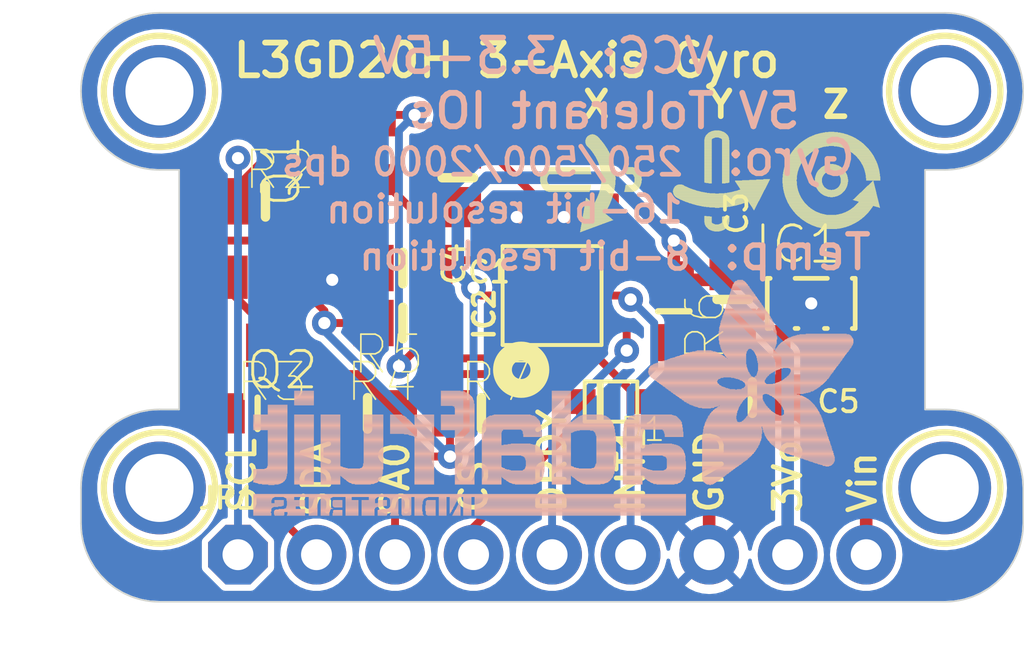
<source format=kicad_pcb>
(kicad_pcb (version 20221018) (generator pcbnew)
  (layers (0 "F.Cu" signal) (31 "B.Cu" signal) (34 "B.Paste" user) (35 "F.Paste" user) (36 "B.SilkS" user "B.Silkscreen") (37 "F.SilkS" user "F.Silkscreen") (38 "B.Mask" user) (39 "F.Mask" user) (44 "Edge.Cuts" user))
  (net 0 "")
  (net 1 "N$3")
  (net 2 "GND")
  (net 3 "SDO/SAO")
  (net 4 "INT1")
  (net 5 "DRDY/INT2")
  (net 6 "+3V3")
  (net 7 "+5V")
  (net 8 "SDA/SDI/SDO_3.3V")
  (net 9 "SCL/SPC_3.3V")
  (net 10 "CS_3.3V")
  (net 11 "SCL/SPC_5.0V")
  (net 12 "SDA/SDI/SDO_5.0V")
  (net 13 "CS_5.0V")
  (footprint "working:MOUNTINGHOLE_2.0_PLATED" (layer "F.Cu") (at 135.8011 98.0186)
    (fp_text reference "U$12" hide)
    (fp_text value "MOUNTINGHOLE2.0" hide)
    (pad "P$1" thru_hole circle (at 0 0) (size 3 3) (drill 2.2) (layers "*.Cu" "*.Mask"))
    (zone (net 0) (net_name "") (layer "F.Cu") (connect_pads (clearance 0)) (min_thickness 0.25)
      (keepout (tracks not_allowed) (vias not_allowed) (pads not_allowed) (copperpour not_allowed) (footprints allowed))
      (fill (thermal_gap 0.5) (thermal_bridge_width 0.5))
      (polygon (pts (xy 137.8171 98.0186) (xy 137.79748 97.738027) (xy 137.739004 97.462915) (xy 137.642808 97.198619) (xy 137.510765 96.950283) (xy 137.345446 96.72274) (xy 137.150067 96.52042) (xy 136.928433 96.34726) (xy 136.684856 96.206631) (xy 136.424078 96.10127) (xy 136.151175 96.033228) (xy 135.871457 96.003828) (xy 135.590371 96.013644) (xy 135.313385 96.062484) (xy 135.045893 96.149397) (xy 134.7931 96.272693) (xy 134.559926 96.42997) (xy 134.350911 96.618169) (xy 134.170122 96.833625) (xy 134.021078 97.072145) (xy 133.90668 97.329087) (xy 133.829154 97.59945) (xy 133.790011 97.877971) (xy 133.790011 98.159229) (xy 133.829154 98.43775) (xy 133.90668 98.708113) (xy 134.021078 98.965055) (xy 134.170122 99.203575) (xy 134.350911 99.419031) (xy 134.559926 99.60723) (xy 134.7931 99.764507) (xy 135.045893 99.887803) (xy 135.313385 99.974716) (xy 135.590371 100.023556) (xy 135.871457 100.033372) (xy 136.151175 100.003972) (xy 136.424078 99.93593) (xy 136.684856 99.830569) (xy 136.928433 99.68994) (xy 137.150067 99.51678) (xy 137.345446 99.31446) (xy 137.510765 99.086917) (xy 137.642808 98.838581) (xy 137.739004 98.574285) (xy 137.79748 98.299173)))
      (polygon (pts (xy 135.7851 98.0186) (xy 135.789786 98.029914) (xy 135.8011 98.0346) (xy 135.812414 98.029914) (xy 135.8171 98.0186) (xy 135.812414 98.007286) (xy 135.8011 98.0026) (xy 135.789786 98.007286)))
    )
    (zone (net 0) (net_name "") (layer "B.Cu") (connect_pads (clearance 0)) (min_thickness 0.25)
      (keepout (tracks not_allowed) (vias not_allowed) (pads not_allowed) (copperpour not_allowed) (footprints allowed))
      (fill (thermal_gap 0.5) (thermal_bridge_width 0.5))
      (polygon (pts (xy 137.8171 98.0186) (xy 137.79748 97.738027) (xy 137.739004 97.462915) (xy 137.642808 97.198619) (xy 137.510765 96.950283) (xy 137.345446 96.72274) (xy 137.150067 96.52042) (xy 136.928433 96.34726) (xy 136.684856 96.206631) (xy 136.424078 96.10127) (xy 136.151175 96.033228) (xy 135.871457 96.003828) (xy 135.590371 96.013644) (xy 135.313385 96.062484) (xy 135.045893 96.149397) (xy 134.7931 96.272693) (xy 134.559926 96.42997) (xy 134.350911 96.618169) (xy 134.170122 96.833625) (xy 134.021078 97.072145) (xy 133.90668 97.329087) (xy 133.829154 97.59945) (xy 133.790011 97.877971) (xy 133.790011 98.159229) (xy 133.829154 98.43775) (xy 133.90668 98.708113) (xy 134.021078 98.965055) (xy 134.170122 99.203575) (xy 134.350911 99.419031) (xy 134.559926 99.60723) (xy 134.7931 99.764507) (xy 135.045893 99.887803) (xy 135.313385 99.974716) (xy 135.590371 100.023556) (xy 135.871457 100.033372) (xy 136.151175 100.003972) (xy 136.424078 99.93593) (xy 136.684856 99.830569) (xy 136.928433 99.68994) (xy 137.150067 99.51678) (xy 137.345446 99.31446) (xy 137.510765 99.086917) (xy 137.642808 98.838581) (xy 137.739004 98.574285) (xy 137.79748 98.299173)))
      (polygon (pts (xy 135.7851 98.0186) (xy 135.789786 98.029914) (xy 135.8011 98.0346) (xy 135.812414 98.029914) (xy 135.8171 98.0186) (xy 135.812414 98.007286) (xy 135.8011 98.0026) (xy 135.789786 98.007286)))
    )
  )
  (footprint "working:FIDUCIAL_1MM" (layer "F.Cu") (at 147.7391 99.2886)
    (fp_text reference "U$15" hide)
    (fp_text value "FIDUCIAL" hide)
    (pad "1" smd roundrect (at 0 0) (size 1 1) (layers "F.Cu") (roundrect_rratio 0.5))
    (zone (net 0) (net_name "") (layer "F.Cu") (connect_pads (clearance 0)) (min_thickness 0.25)
      (keepout (tracks not_allowed) (vias not_allowed) (pads not_allowed) (copperpour not_allowed) (footprints allowed))
      (fill (thermal_gap 0.5) (thermal_bridge_width 0.5))
      (polygon (pts (xy 146.7391 99.2886) (xy 146.7391 99.2886) (xy 146.758315 99.48369) (xy 146.81522 99.671283) (xy 146.90763 99.84417) (xy 147.031993 99.995707) (xy 147.18353 100.12007) (xy 147.356417 100.21248) (xy 147.7391 100.2886) (xy 147.7391 100.2886) (xy 147.93419 100.269385) (xy 148.121783 100.21248) (xy 148.29467 100.12007) (xy 148.446207 99.995707) (xy 148.57057 99.84417) (xy 148.66298 99.671283) (xy 148.7391 99.2886) (xy 148.7391 99.2886) (xy 148.719885 99.09351) (xy 148.66298 98.905917) (xy 148.57057 98.73303) (xy 148.446207 98.581493) (xy 148.29467 98.45713) (xy 148.121783 98.36472) (xy 147.7391 98.2886) (xy 147.7391 98.2886) (xy 147.54401 98.307815) (xy 147.356417 98.36472) (xy 147.18353 98.45713) (xy 147.031993 98.581493) (xy 146.90763 98.73303) (xy 146.81522 98.905917)))
    )
  )
  (footprint "working:MOUNTINGHOLE_2.0_PLATED" (layer "F.Cu") (at 161.2011 98.0186)
    (fp_text reference "U$11" hide)
    (fp_text value "MOUNTINGHOLE2.0" hide)
    (pad "P$1" thru_hole circle (at 0 0) (size 3 3) (drill 2.2) (layers "*.Cu" "*.Mask"))
    (zone (net 0) (net_name "") (layer "F.Cu") (connect_pads (clearance 0)) (min_thickness 0.25)
      (keepout (tracks not_allowed) (vias not_allowed) (pads not_allowed) (copperpour not_allowed) (footprints allowed))
      (fill (thermal_gap 0.5) (thermal_bridge_width 0.5))
      (polygon (pts (xy 163.2171 98.0186) (xy 163.19748 97.738027) (xy 163.139004 97.462915) (xy 163.042808 97.198619) (xy 162.910765 96.950283) (xy 162.745446 96.72274) (xy 162.550067 96.52042) (xy 162.328433 96.34726) (xy 162.084856 96.206631) (xy 161.824078 96.10127) (xy 161.551175 96.033228) (xy 161.271457 96.003828) (xy 160.990371 96.013644) (xy 160.713385 96.062484) (xy 160.445893 96.149397) (xy 160.1931 96.272693) (xy 159.959926 96.42997) (xy 159.750911 96.618169) (xy 159.570122 96.833625) (xy 159.421078 97.072145) (xy 159.30668 97.329087) (xy 159.229154 97.59945) (xy 159.190011 97.877971) (xy 159.190011 98.159229) (xy 159.229154 98.43775) (xy 159.30668 98.708113) (xy 159.421078 98.965055) (xy 159.570122 99.203575) (xy 159.750911 99.419031) (xy 159.959926 99.60723) (xy 160.1931 99.764507) (xy 160.445893 99.887803) (xy 160.713385 99.974716) (xy 160.990371 100.023556) (xy 161.271457 100.033372) (xy 161.551175 100.003972) (xy 161.824078 99.93593) (xy 162.084856 99.830569) (xy 162.328433 99.68994) (xy 162.550067 99.51678) (xy 162.745446 99.31446) (xy 162.910765 99.086917) (xy 163.042808 98.838581) (xy 163.139004 98.574285) (xy 163.19748 98.299173)))
      (polygon (pts (xy 161.1851 98.0186) (xy 161.189786 98.029914) (xy 161.2011 98.0346) (xy 161.212414 98.029914) (xy 161.2171 98.0186) (xy 161.212414 98.007286) (xy 161.2011 98.0026) (xy 161.189786 98.007286)))
    )
    (zone (net 0) (net_name "") (layer "B.Cu") (connect_pads (clearance 0)) (min_thickness 0.25)
      (keepout (tracks not_allowed) (vias not_allowed) (pads not_allowed) (copperpour not_allowed) (footprints allowed))
      (fill (thermal_gap 0.5) (thermal_bridge_width 0.5))
      (polygon (pts (xy 163.2171 98.0186) (xy 163.19748 97.738027) (xy 163.139004 97.462915) (xy 163.042808 97.198619) (xy 162.910765 96.950283) (xy 162.745446 96.72274) (xy 162.550067 96.52042) (xy 162.328433 96.34726) (xy 162.084856 96.206631) (xy 161.824078 96.10127) (xy 161.551175 96.033228) (xy 161.271457 96.003828) (xy 160.990371 96.013644) (xy 160.713385 96.062484) (xy 160.445893 96.149397) (xy 160.1931 96.272693) (xy 159.959926 96.42997) (xy 159.750911 96.618169) (xy 159.570122 96.833625) (xy 159.421078 97.072145) (xy 159.30668 97.329087) (xy 159.229154 97.59945) (xy 159.190011 97.877971) (xy 159.190011 98.159229) (xy 159.229154 98.43775) (xy 159.30668 98.708113) (xy 159.421078 98.965055) (xy 159.570122 99.203575) (xy 159.750911 99.419031) (xy 159.959926 99.60723) (xy 160.1931 99.764507) (xy 160.445893 99.887803) (xy 160.713385 99.974716) (xy 160.990371 100.023556) (xy 161.271457 100.033372) (xy 161.551175 100.003972) (xy 161.824078 99.93593) (xy 162.084856 99.830569) (xy 162.328433 99.68994) (xy 162.550067 99.51678) (xy 162.745446 99.31446) (xy 162.910765 99.086917) (xy 163.042808 98.838581) (xy 163.139004 98.574285) (xy 163.19748 98.299173)))
      (polygon (pts (xy 161.1851 98.0186) (xy 161.189786 98.029914) (xy 161.2011 98.0346) (xy 161.212414 98.029914) (xy 161.2171 98.0186) (xy 161.212414 98.007286) (xy 161.2011 98.0026) (xy 161.189786 98.007286)))
    )
  )
  (footprint "working:_0805MP" (layer "F.Cu") (at 152.4381 105.1306 -90)
    (fp_text reference "R6" (at -0.762 -1.016 90) (layer "F.SilkS") (effects (font (size 1.21668 1.21668) (thickness 0.05332)) (justify right)))
    (fp_text value "10K")
    (pad "1" smd rect (at -1.016 0 270) (size 1.2 1.3) (layers "F.Cu" "F.Paste" "F.Mask") (net 6 "+3V3"))
    (pad "2" smd rect (at 1.016 0 270) (size 1.2 1.3) (layers "F.Cu" "F.Paste" "F.Mask") (net 10 "CS_3.3V"))
  )
  (footprint "working:0805-NO" (layer "F.Cu") (at 139.2301 101.5746)
    (fp_text reference "R2" (at -0.762 -1.016) (layer "F.SilkS") (effects (font (size 1.21668 1.21668) (thickness 0.05332)) (justify left)))
    (fp_text value "10K")
    (pad "1" smd rect (at -0.95 0) (size 1.3 1.5) (layers "F.Cu" "F.Paste" "F.Mask") (net 11 "SCL/SPC_5.0V"))
    (pad "2" smd rect (at 0.95 0) (size 1.3 1.5) (layers "F.Cu" "F.Paste" "F.Mask") (net 7 "+5V"))
  )
  (footprint "working:L3GD20H_LGA16L" (layer "F.Cu") (at 148.5011 104.6226 90)
    (fp_text reference "IC2" (at -1.505 -1.803 90) (layer "F.SilkS") (effects (font (size 0.666496 0.666496) (thickness 0.146304)) (justify left bottom)))
    (fp_text value "LGD20H")
    (pad "1" smd rect (at -1.225 -1 90) (size 0.4 0.25) (layers "F.Cu" "F.Paste" "F.Mask") (net 6 "+3V3"))
    (pad "2" smd rect (at -1.225 -0.5 90) (size 0.4 0.25) (layers "F.Cu" "F.Paste" "F.Mask") (net 9 "SCL/SPC_3.3V"))
    (pad "3" smd rect (at -1.225 0 90) (size 0.4 0.25) (layers "F.Cu" "F.Paste" "F.Mask") (net 8 "SDA/SDI/SDO_3.3V"))
    (pad "4" smd rect (at -1.225 0.5 90) (size 0.4 0.25) (layers "F.Cu" "F.Paste" "F.Mask") (net 3 "SDO/SAO"))
    (pad "5" smd rect (at -1.225 1 90) (size 0.4 0.25) (layers "F.Cu" "F.Paste" "F.Mask") (net 10 "CS_3.3V"))
    (pad "6" smd rect (at -0.5 1.225 180) (size 0.4 0.25) (layers "F.Cu" "F.Paste" "F.Mask") (net 5 "DRDY/INT2"))
    (pad "7" smd rect (at 0 1.225 180) (size 0.4 0.25) (layers "F.Cu" "F.Paste" "F.Mask") (net 4 "INT1"))
    (pad "8" smd rect (at 0.5 1.225 180) (size 0.4 0.25) (layers "F.Cu" "F.Paste" "F.Mask") (net 2 "GND"))
    (pad "9" smd rect (at 1.225 1 270) (size 0.4 0.25) (layers "F.Cu" "F.Paste" "F.Mask") (net 2 "GND"))
    (pad "10" smd rect (at 1.225 0.5 270) (size 0.4 0.25) (layers "F.Cu" "F.Paste" "F.Mask") (net 2 "GND"))
    (pad "11" smd rect (at 1.225 0 270) (size 0.4 0.25) (layers "F.Cu" "F.Paste" "F.Mask") (net 2 "GND"))
    (pad "12" smd rect (at 1.225 -0.5 270) (size 0.4 0.25) (layers "F.Cu" "F.Paste" "F.Mask") (net 2 "GND"))
    (pad "13" smd rect (at 1.225 -1 270) (size 0.4 0.25) (layers "F.Cu" "F.Paste" "F.Mask") (net 2 "GND"))
    (pad "14" smd rect (at 0.5 -1.225) (size 0.4 0.25) (layers "F.Cu" "F.Paste" "F.Mask") (net 1 "N$3"))
    (pad "15" smd rect (at 0 -1.225) (size 0.4 0.25) (layers "F.Cu" "F.Paste" "F.Mask") (net 6 "+3V3"))
    (pad "16" smd rect (at -0.5 -1.225) (size 0.4 0.25) (layers "F.Cu" "F.Paste" "F.Mask") (net 6 "+3V3"))
  )
  (footprint "working:0805-NO" (layer "F.Cu") (at 145.4531 100.8126 -90)
    (fp_text reference "C4" (at 2.032 0.127 90) (layer "F.SilkS") (effects (font (size 0.692831 0.692831) (thickness 0.119969)) (justify right)))
    (fp_text value "0.1uF")
    (pad "1" smd rect (at -0.95 0 270) (size 1.3 1.5) (layers "F.Cu" "F.Paste" "F.Mask") (net 2 "GND"))
    (pad "2" smd rect (at 0.95 0 270) (size 1.3 1.5) (layers "F.Cu" "F.Paste" "F.Mask") (net 6 "+3V3"))
  )
  (footprint "working:MOUNTINGHOLE_2.0_PLATED" (layer "F.Cu") (at 161.2011 110.8456)
    (fp_text reference "U$14" hide)
    (fp_text value "MOUNTINGHOLE2.0" hide)
    (pad "P$1" thru_hole circle (at 0 0) (size 3 3) (drill 2.2) (layers "*.Cu" "*.Mask"))
    (zone (net 0) (net_name "") (layer "F.Cu") (connect_pads (clearance 0)) (min_thickness 0.25)
      (keepout (tracks not_allowed) (vias not_allowed) (pads not_allowed) (copperpour not_allowed) (footprints allowed))
      (fill (thermal_gap 0.5) (thermal_bridge_width 0.5))
      (polygon (pts (xy 163.2171 110.8456) (xy 163.19748 110.565027) (xy 163.139004 110.289915) (xy 163.042808 110.025619) (xy 162.910765 109.777283) (xy 162.745446 109.54974) (xy 162.550067 109.34742) (xy 162.328433 109.17426) (xy 162.084856 109.033631) (xy 161.824078 108.92827) (xy 161.551175 108.860228) (xy 161.271457 108.830828) (xy 160.990371 108.840644) (xy 160.713385 108.889484) (xy 160.445893 108.976397) (xy 160.1931 109.099693) (xy 159.959926 109.25697) (xy 159.750911 109.445169) (xy 159.570122 109.660625) (xy 159.421078 109.899145) (xy 159.30668 110.156087) (xy 159.229154 110.42645) (xy 159.190011 110.704971) (xy 159.190011 110.986229) (xy 159.229154 111.26475) (xy 159.30668 111.535113) (xy 159.421078 111.792055) (xy 159.570122 112.030575) (xy 159.750911 112.246031) (xy 159.959926 112.43423) (xy 160.1931 112.591507) (xy 160.445893 112.714803) (xy 160.713385 112.801716) (xy 160.990371 112.850556) (xy 161.271457 112.860372) (xy 161.551175 112.830972) (xy 161.824078 112.76293) (xy 162.084856 112.657569) (xy 162.328433 112.51694) (xy 162.550067 112.34378) (xy 162.745446 112.14146) (xy 162.910765 111.913917) (xy 163.042808 111.665581) (xy 163.139004 111.401285) (xy 163.19748 111.126173)))
      (polygon (pts (xy 161.1851 110.8456) (xy 161.189786 110.856914) (xy 161.2011 110.8616) (xy 161.212414 110.856914) (xy 161.2171 110.8456) (xy 161.212414 110.834286) (xy 161.2011 110.8296) (xy 161.189786 110.834286)))
    )
    (zone (net 0) (net_name "") (layer "B.Cu") (connect_pads (clearance 0)) (min_thickness 0.25)
      (keepout (tracks not_allowed) (vias not_allowed) (pads not_allowed) (copperpour not_allowed) (footprints allowed))
      (fill (thermal_gap 0.5) (thermal_bridge_width 0.5))
      (polygon (pts (xy 163.2171 110.8456) (xy 163.19748 110.565027) (xy 163.139004 110.289915) (xy 163.042808 110.025619) (xy 162.910765 109.777283) (xy 162.745446 109.54974) (xy 162.550067 109.34742) (xy 162.328433 109.17426) (xy 162.084856 109.033631) (xy 161.824078 108.92827) (xy 161.551175 108.860228) (xy 161.271457 108.830828) (xy 160.990371 108.840644) (xy 160.713385 108.889484) (xy 160.445893 108.976397) (xy 160.1931 109.099693) (xy 159.959926 109.25697) (xy 159.750911 109.445169) (xy 159.570122 109.660625) (xy 159.421078 109.899145) (xy 159.30668 110.156087) (xy 159.229154 110.42645) (xy 159.190011 110.704971) (xy 159.190011 110.986229) (xy 159.229154 111.26475) (xy 159.30668 111.535113) (xy 159.421078 111.792055) (xy 159.570122 112.030575) (xy 159.750911 112.246031) (xy 159.959926 112.43423) (xy 160.1931 112.591507) (xy 160.445893 112.714803) (xy 160.713385 112.801716) (xy 160.990371 112.850556) (xy 161.271457 112.860372) (xy 161.551175 112.830972) (xy 161.824078 112.76293) (xy 162.084856 112.657569) (xy 162.328433 112.51694) (xy 162.550067 112.34378) (xy 162.745446 112.14146) (xy 162.910765 111.913917) (xy 163.042808 111.665581) (xy 163.139004 111.401285) (xy 163.19748 111.126173)))
      (polygon (pts (xy 161.1851 110.8456) (xy 161.189786 110.856914) (xy 161.2011 110.8616) (xy 161.212414 110.856914) (xy 161.2171 110.8456) (xy 161.212414 110.834286) (xy 161.2011 110.8296) (xy 161.189786 110.834286)))
    )
  )
  (footprint "working:0805-NO" (layer "F.Cu") (at 143.6751 105.5116 180)
    (fp_text reference "R5" (at -0.762 -1.016) (layer "F.SilkS") (effects (font (size 1.21668 1.21668) (thickness 0.05332)) (justify right)))
    (fp_text value "10K")
    (pad "1" smd rect (at -0.95 0 180) (size 1.3 1.5) (layers "F.Cu" "F.Paste" "F.Mask") (net 9 "SCL/SPC_3.3V"))
    (pad "2" smd rect (at 0.95 0 180) (size 1.3 1.5) (layers "F.Cu" "F.Paste" "F.Mask") (net 6 "+3V3"))
  )
  (footprint "working:MOUNTINGHOLE_2.0_PLATED" (layer "F.Cu") (at 135.8011 110.8456)
    (fp_text reference "U$13" hide)
    (fp_text value "MOUNTINGHOLE2.0" hide)
    (pad "P$1" thru_hole circle (at 0 0) (size 3 3) (drill 2.2) (layers "*.Cu" "*.Mask"))
    (zone (net 0) (net_name "") (layer "F.Cu") (connect_pads (clearance 0)) (min_thickness 0.25)
      (keepout (tracks not_allowed) (vias not_allowed) (pads not_allowed) (copperpour not_allowed) (footprints allowed))
      (fill (thermal_gap 0.5) (thermal_bridge_width 0.5))
      (polygon (pts (xy 137.8171 110.8456) (xy 137.79748 110.565027) (xy 137.739004 110.289915) (xy 137.642808 110.025619) (xy 137.510765 109.777283) (xy 137.345446 109.54974) (xy 137.150067 109.34742) (xy 136.928433 109.17426) (xy 136.684856 109.033631) (xy 136.424078 108.92827) (xy 136.151175 108.860228) (xy 135.871457 108.830828) (xy 135.590371 108.840644) (xy 135.313385 108.889484) (xy 135.045893 108.976397) (xy 134.7931 109.099693) (xy 134.559926 109.25697) (xy 134.350911 109.445169) (xy 134.170122 109.660625) (xy 134.021078 109.899145) (xy 133.90668 110.156087) (xy 133.829154 110.42645) (xy 133.790011 110.704971) (xy 133.790011 110.986229) (xy 133.829154 111.26475) (xy 133.90668 111.535113) (xy 134.021078 111.792055) (xy 134.170122 112.030575) (xy 134.350911 112.246031) (xy 134.559926 112.43423) (xy 134.7931 112.591507) (xy 135.045893 112.714803) (xy 135.313385 112.801716) (xy 135.590371 112.850556) (xy 135.871457 112.860372) (xy 136.151175 112.830972) (xy 136.424078 112.76293) (xy 136.684856 112.657569) (xy 136.928433 112.51694) (xy 137.150067 112.34378) (xy 137.345446 112.14146) (xy 137.510765 111.913917) (xy 137.642808 111.665581) (xy 137.739004 111.401285) (xy 137.79748 111.126173)))
      (polygon (pts (xy 135.7851 110.8456) (xy 135.789786 110.856914) (xy 135.8011 110.8616) (xy 135.812414 110.856914) (xy 135.8171 110.8456) (xy 135.812414 110.834286) (xy 135.8011 110.8296) (xy 135.789786 110.834286)))
    )
    (zone (net 0) (net_name "") (layer "B.Cu") (connect_pads (clearance 0)) (min_thickness 0.25)
      (keepout (tracks not_allowed) (vias not_allowed) (pads not_allowed) (copperpour not_allowed) (footprints allowed))
      (fill (thermal_gap 0.5) (thermal_bridge_width 0.5))
      (polygon (pts (xy 137.8171 110.8456) (xy 137.79748 110.565027) (xy 137.739004 110.289915) (xy 137.642808 110.025619) (xy 137.510765 109.777283) (xy 137.345446 109.54974) (xy 137.150067 109.34742) (xy 136.928433 109.17426) (xy 136.684856 109.033631) (xy 136.424078 108.92827) (xy 136.151175 108.860228) (xy 135.871457 108.830828) (xy 135.590371 108.840644) (xy 135.313385 108.889484) (xy 135.045893 108.976397) (xy 134.7931 109.099693) (xy 134.559926 109.25697) (xy 134.350911 109.445169) (xy 134.170122 109.660625) (xy 134.021078 109.899145) (xy 133.90668 110.156087) (xy 133.829154 110.42645) (xy 133.790011 110.704971) (xy 133.790011 110.986229) (xy 133.829154 111.26475) (xy 133.90668 111.535113) (xy 134.021078 111.792055) (xy 134.170122 112.030575) (xy 134.350911 112.246031) (xy 134.559926 112.43423) (xy 134.7931 112.591507) (xy 135.045893 112.714803) (xy 135.313385 112.801716) (xy 135.590371 112.850556) (xy 135.871457 112.860372) (xy 136.151175 112.830972) (xy 136.424078 112.76293) (xy 136.684856 112.657569) (xy 136.928433 112.51694) (xy 137.150067 112.34378) (xy 137.345446 112.14146) (xy 137.510765 111.913917) (xy 137.642808 111.665581) (xy 137.739004 111.401285) (xy 137.79748 111.126173)))
      (polygon (pts (xy 135.7851 110.8456) (xy 135.789786 110.856914) (xy 135.8011 110.8616) (xy 135.812414 110.856914) (xy 135.8171 110.8456) (xy 135.812414 110.834286) (xy 135.8011 110.8296) (xy 135.789786 110.834286)))
    )
  )
  (footprint "working:SOD-323F" (layer "F.Cu") (at 150.4061 108.0516 180)
    (fp_text reference "D1" (at -1.8 -0.9) (layer "F.SilkS") (effects (font (size 0.752978 0.752978) (thickness 0.059822)) (justify right)))
    (fp_text value "1N4148")
    (pad "A" smd rect (at -1 0 180) (size 1 0.8) (layers "F.Cu" "F.Paste" "F.Mask") (net 10 "CS_3.3V"))
    (pad "C" smd rect (at 1 0 180) (size 1 0.8) (layers "F.Cu" "F.Paste" "F.Mask") (net 13 "CS_5.0V"))
  )
  (footprint "working:SOT23-5L" (layer "F.Cu") (at 156.8831 104.8766)
    (fp_text reference "IC1" (at -1.905 -1.905) (layer "F.SilkS") (effects (font (size 1.176528 1.176528) (thickness 0.093472)) (justify left)))
    (fp_text value "MIC5225-3.3")
    (pad "1" smd rect (at -0.95 1.3) (size 0.55 1.2) (layers "F.Cu" "F.Paste" "F.Mask") (net 7 "+5V"))
    (pad "2" smd rect (at 0 1.3) (size 0.55 1.2) (layers "F.Cu" "F.Paste" "F.Mask") (net 2 "GND"))
    (pad "3" smd rect (at 0.95 1.3) (size 0.55 1.2) (layers "F.Cu" "F.Paste" "F.Mask") (net 7 "+5V"))
    (pad "4" smd rect (at 0.95 -1.3) (size 0.55 1.2) (layers "F.Cu" "F.Paste" "F.Mask"))
    (pad "5" smd rect (at -0.95 -1.3) (size 0.55 1.2) (layers "F.Cu" "F.Paste" "F.Mask") (net 6 "+3V3"))
  )
  (footprint "working:SYMBOL_GYROXYZ_10MM" (layer "F.Cu") (at 148.8821 102.5906)
    (fp_text reference "U$3" hide)
    (fp_text value "" hide)
  )
  (footprint "working:SOT23" (layer "F.Cu") (at 141.6431 99.9236 90)
    (fp_text reference "Q1" (at -1.905 -1.905 90) (layer "F.SilkS") (effects (font (size 1.176528 1.176528) (thickness 0.093472)) (justify left)))
    (fp_text value "BSS138")
    (pad "1" smd rect (at -0.95 1.1 90) (size 1 1.4) (layers "F.Cu" "F.Paste" "F.Mask") (net 6 "+3V3"))
    (pad "2" smd rect (at 0.95 1.1 90) (size 1 1.4) (layers "F.Cu" "F.Paste" "F.Mask") (net 9 "SCL/SPC_3.3V"))
    (pad "3" smd rect (at 0 -1.1 90) (size 1 1.4) (layers "F.Cu" "F.Paste" "F.Mask") (net 11 "SCL/SPC_5.0V"))
  )
  (footprint "working:0805-NO" (layer "F.Cu") (at 154.9781 107.9246)
    (fp_text reference "C5" (at 2.032 0.127) (layer "F.SilkS") (effects (font (size 0.692831 0.692831) (thickness 0.119969)) (justify left)))
    (fp_text value "10uF")
    (pad "1" smd rect (at -0.95 0) (size 1.3 1.5) (layers "F.Cu" "F.Paste" "F.Mask") (net 2 "GND"))
    (pad "2" smd rect (at 0.95 0) (size 1.3 1.5) (layers "F.Cu" "F.Paste" "F.Mask") (net 7 "+5V"))
  )
  (footprint "working:0805-NO" (layer "F.Cu") (at 154.3431 104.7496 90)
    (fp_text reference "C3" (at 2.032 0.127 90) (layer "F.SilkS") (effects (font (size 0.692831 0.692831) (thickness 0.119969)) (justify left)))
    (fp_text value "10uF")
    (pad "1" smd rect (at -0.95 0 90) (size 1.3 1.5) (layers "F.Cu" "F.Paste" "F.Mask") (net 2 "GND"))
    (pad "2" smd rect (at 0.95 0 90) (size 1.3 1.5) (layers "F.Cu" "F.Paste" "F.Mask") (net 6 "+3V3"))
  )
  (footprint "working:0805-NO" (layer "F.Cu") (at 143.6751 103.7336)
    (fp_text reference "C1" (at 2.032 0.127) (layer "F.SilkS") (effects (font (size 0.692831 0.692831) (thickness 0.119969)) (justify left)))
    (fp_text value "0.1uF")
    (pad "1" smd rect (at -0.95 0) (size 1.3 1.5) (layers "F.Cu" "F.Paste" "F.Mask") (net 2 "GND"))
    (pad "2" smd rect (at 0.95 0) (size 1.3 1.5) (layers "F.Cu" "F.Paste" "F.Mask") (net 1 "N$3"))
  )
  (footprint "working:_0805MP" (layer "F.Cu") (at 138.9761 108.4326)
    (fp_text reference "R3" (at -0.762 -1.016) (layer "F.SilkS") (effects (font (size 1.21668 1.21668) (thickness 0.05332)) (justify left)))
    (fp_text value "10K")
    (pad "1" smd rect (at -1.016 0) (size 1.2 1.3) (layers "F.Cu" "F.Paste" "F.Mask") (net 7 "+5V"))
    (pad "2" smd rect (at 1.016 0) (size 1.2 1.3) (layers "F.Cu" "F.Paste" "F.Mask") (net 12 "SDA/SDI/SDO_5.0V"))
  )
  (footprint "working:SOT23" (layer "F.Cu") (at 139.1031 105.1306 180)
    (fp_text reference "Q2" (at -1.905 -1.905) (layer "F.SilkS") (effects (font (size 1.176528 1.176528) (thickness 0.093472)) (justify right)))
    (fp_text value "BSS138")
    (pad "1" smd rect (at -0.95 1.1 180) (size 1 1.4) (layers "F.Cu" "F.Paste" "F.Mask") (net 6 "+3V3"))
    (pad "2" smd rect (at 0.95 1.1 180) (size 1 1.4) (layers "F.Cu" "F.Paste" "F.Mask") (net 8 "SDA/SDI/SDO_3.3V"))
    (pad "3" smd rect (at 0 -1.1 180) (size 1 1.4) (layers "F.Cu" "F.Paste" "F.Mask") (net 12 "SDA/SDI/SDO_5.0V"))
  )
  (footprint "working:0805-NO" (layer "F.Cu") (at 142.5321 108.4326)
    (fp_text reference "R4" (at -0.762 -1.016) (layer "F.SilkS") (effects (font (size 1.21668 1.21668) (thickness 0.05332)) (justify left)))
    (fp_text value "10K")
    (pad "1" smd rect (at -0.95 0) (size 1.3 1.5) (layers "F.Cu" "F.Paste" "F.Mask") (net 6 "+3V3"))
    (pad "2" smd rect (at 0.95 0) (size 1.3 1.5) (layers "F.Cu" "F.Paste" "F.Mask") (net 8 "SDA/SDI/SDO_3.3V"))
  )
  (footprint "working:0805-NO" (layer "F.Cu") (at 146.2151 108.4326)
    (fp_text reference "R7" (at -0.762 -1.016) (layer "F.SilkS") (effects (font (size 1.21668 1.21668) (thickness 0.05332)) (justify left)))
    (fp_text value "10K")
    (pad "1" smd rect (at -0.95 0) (size 1.3 1.5) (layers "F.Cu" "F.Paste" "F.Mask") (net 6 "+3V3"))
    (pad "2" smd rect (at 0.95 0) (size 1.3 1.5) (layers "F.Cu" "F.Paste" "F.Mask") (net 3 "SDO/SAO"))
  )
  (footprint "working:FIDUCIAL_1MM" (layer "F.Cu") (at 159.2961 107.7976)
    (fp_text reference "U$16" hide)
    (fp_text value "FIDUCIAL" hide)
    (pad "1" smd roundrect (at 0 0) (size 1 1) (layers "F.Cu") (roundrect_rratio 0.5))
    (zone (net 0) (net_name "") (layer "F.Cu") (connect_pads (clearance 0)) (min_thickness 0.25)
      (keepout (tracks not_allowed) (vias not_allowed) (pads not_allowed) (copperpour not_allowed) (footprints allowed))
      (fill (thermal_gap 0.5) (thermal_bridge_width 0.5))
      (polygon (pts (xy 158.2961 107.7976) (xy 158.2961 107.7976) (xy 158.315315 107.99269) (xy 158.37222 108.180283) (xy 158.46463 108.35317) (xy 158.588993 108.504707) (xy 158.74053 108.62907) (xy 158.913417 108.72148) (xy 159.2961 108.7976) (xy 159.2961 108.7976) (xy 159.49119 108.778385) (xy 159.678783 108.72148) (xy 159.85167 108.62907) (xy 160.003207 108.504707) (xy 160.12757 108.35317) (xy 160.21998 108.180283) (xy 160.2961 107.7976) (xy 160.2961 107.7976) (xy 160.276885 107.60251) (xy 160.21998 107.414917) (xy 160.12757 107.24203) (xy 160.003207 107.090493) (xy 159.85167 106.96613) (xy 159.678783 106.87372) (xy 159.2961 106.7976) (xy 159.2961 106.7976) (xy 159.10101 106.816815) (xy 158.913417 106.87372) (xy 158.74053 106.96613) (xy 158.588993 107.090493) (xy 158.46463 107.24203) (xy 158.37222 107.414917)))
    )
  )
  (footprint "working:1X09_ROUND_76" (layer "F.Cu") (at 148.5011 113.0046)
    (fp_text reference "JP1" (at -11.5062 -1.8288) (layer "F.SilkS") (effects (font (size 0.692831 0.692831) (thickness 0.119969)) (justify left)))
    (fp_text value "")
    (pad "1" thru_hole roundrect (at -10.16 0 90) (size 1.9304 1.9304) (drill 1) (layers "*.Cu" "*.Mask") (chamfer_ratio 0.2928932188) (chamfer top_left top_right bottom_left bottom_right) (net 11 "SCL/SPC_5.0V"))
    (pad "2" thru_hole circle (at -7.62 0 90) (size 1.9304 1.9304) (drill 1) (layers "*.Cu" "*.Mask") (net 12 "SDA/SDI/SDO_5.0V"))
    (pad "3" thru_hole circle (at -5.08 0 90) (size 1.9304 1.9304) (drill 1) (layers "*.Cu" "*.Mask") (net 3 "SDO/SAO"))
    (pad "4" thru_hole circle (at -2.54 0 90) (size 1.9304 1.9304) (drill 1) (layers "*.Cu" "*.Mask") (net 13 "CS_5.0V"))
    (pad "5" thru_hole circle (at 0 0 90) (size 1.9304 1.9304) (drill 1) (layers "*.Cu" "*.Mask") (net 5 "DRDY/INT2"))
    (pad "6" thru_hole circle (at 2.54 0 90) (size 1.9304 1.9304) (drill 1) (layers "*.Cu" "*.Mask") (net 4 "INT1"))
    (pad "7" thru_hole circle (at 5.08 0 90) (size 1.9304 1.9304) (drill 1) (layers "*.Cu" "*.Mask") (net 2 "GND"))
    (pad "8" thru_hole circle (at 7.62 0 90) (size 1.9304 1.9304) (drill 1) (layers "*.Cu" "*.Mask") (net 6 "+3V3"))
    (pad "9" thru_hole circle (at 10.16 0 90) (size 1.9304 1.9304) (drill 1) (layers "*.Cu" "*.Mask") (net 7 "+5V"))
  )
  (footprint "working:ADAFRUIT_TEXT_20MM" (layer "B.Cu") (at 158.4071 111.7346 180)
    (fp_text reference "U$10" hide)
    (fp_text value "" hide)
  )
  (gr_line (start 133.2611 111.9886) (end 133.2611 110.8456) (stroke (width 0.05)) (layer "Edge.Cuts"))
  (gr_arc (start 161.2011 95.4786) (mid 162.997151 96.222549) (end 163.7411 98.0186) (stroke (width 0.05)) (layer "Edge.Cuts"))
  (gr_arc (start 135.8011 100.5586) (mid 134.005049 99.814651) (end 133.2611 98.0186) (stroke (width 0.05)) (layer "Edge.Cuts"))
  (gr_arc (start 161.2011 108.3056) (mid 162.997151 109.049549) (end 163.7411 110.8456) (stroke (width 0.05)) (layer "Edge.Cuts"))
  (gr_line (start 161.2011 100.5586) (end 160.5661 100.5586) (stroke (width 0.05)) (layer "Edge.Cuts"))
  (gr_arc (start 133.2611 98.0186) (mid 134.005049 96.222549) (end 135.8011 95.4786) (stroke (width 0.05)) (layer "Edge.Cuts"))
  (gr_line (start 135.8011 95.4786) (end 161.2011 95.4786) (stroke (width 0.05)) (layer "Edge.Cuts"))
  (gr_line (start 135.8011 108.3056) (end 136.4361 108.3056) (stroke (width 0.05)) (layer "Edge.Cuts"))
  (gr_line (start 163.7411 110.8456) (end 163.7411 111.9886) (stroke (width 0.05)) (layer "Edge.Cuts"))
  (gr_line (start 160.5661 108.3056) (end 161.2011 108.3056) (stroke (width 0.05)) (layer "Edge.Cuts"))
  (gr_line (start 136.4361 100.5586) (end 135.8011 100.5586) (stroke (width 0.05)) (layer "Edge.Cuts"))
  (gr_arc (start 133.2611 110.8456) (mid 134.005049 109.049549) (end 135.8011 108.3056) (stroke (width 0.05)) (layer "Edge.Cuts"))
  (gr_line (start 161.2011 114.5286) (end 135.8011 114.5286) (stroke (width 0.05)) (layer "Edge.Cuts"))
  (gr_line (start 160.5661 100.5586) (end 160.5661 108.3056) (stroke (width 0.05)) (layer "Edge.Cuts"))
  (gr_arc (start 163.7411 111.9886) (mid 162.997151 113.784651) (end 161.2011 114.5286) (stroke (width 0.05)) (layer "Edge.Cuts"))
  (gr_arc (start 163.7411 98.0186) (mid 162.997151 99.814651) (end 161.2011 100.5586) (stroke (width 0.05)) (layer "Edge.Cuts"))
  (gr_arc (start 135.8011 114.5286) (mid 134.005049 113.784651) (end 133.2611 111.9886) (stroke (width 0.05)) (layer "Edge.Cuts"))
  (gr_line (start 136.4361 108.3056) (end 136.4361 100.5586) (stroke (width 0.05)) (layer "Edge.Cuts"))
  (gr_text "3.3-5V" (at 148.7551 97.5106) (layer "B.SilkS") (effects (font (size 1.0922 1.0922) (thickness 0.1778)) (justify left bottom mirror)))
  (gr_text "250/500/2000 dps" (at 152.8191 100.8126) (layer "B.SilkS") (effects (font (size 0.8636 0.8636) (thickness 0.1524)) (justify left bottom mirror)))
  (gr_text "VCC:" (at 153.8351 97.5106) (layer "B.SilkS") (effects (font (size 1.0922 1.0922) (thickness 0.1778)) (justify left bottom mirror)))
  (gr_text "Gyro:" (at 158.4071 100.8126) (layer "B.SilkS") (effects (font (size 1.0922 1.0922) (thickness 0.1778)) (justify left bottom mirror)))
  (gr_text "16-bit resolution" (at 152.8191 102.3366) (layer "B.SilkS") (effects (font (size 0.8636 0.8636) (thickness 0.1524)) (justify left bottom mirror)))
  (gr_text "8-bit resolution" (at 153.0731 103.8606) (layer "B.SilkS") (effects (font (size 0.8636 0.8636) (thickness 0.1524)) (justify left bottom mirror)))
  (gr_text "5V Tolerant IOs" (at 156.6291 99.2886) (layer "B.SilkS") (effects (font (size 1.0795 1.0795) (thickness 0.1905)) (justify left bottom mirror)))
  (gr_text "Temp:" (at 158.9151 103.8606) (layer "B.SilkS") (effects (font (size 1.0922 1.0922) (thickness 0.1778)) (justify left bottom mirror)))
  (gr_text "DRDY" (at 149.0091 111.7346 90) (layer "F.SilkS") (effects (font (size 0.8636 0.8636) (thickness 0.1524)) (justify left bottom)))
  (gr_text "CS" (at 146.4691 111.7346 90) (layer "F.SilkS") (effects (font (size 0.8636 0.8636) (thickness 0.1524)) (justify left bottom)))
  (gr_text "3Vo" (at 156.6291 111.7346 90) (layer "F.SilkS") (effects (font (size 0.8636 0.8636) (thickness 0.1524)) (justify left bottom)))
  (gr_text "L3GD20H 3-Axis Gyro" (at 138.0871 97.6376) (layer "F.SilkS") (effects (font (size 1.05791 1.05791) (thickness 0.18669)) (justify left bottom)))
  (gr_text "X" (at 149.4155 98.933) (layer "F.SilkS") (effects (font (size 0.83312 0.83312) (thickness 0.18288)) (justify left bottom)))
  (gr_text "SCL" (at 138.9761 111.7346 90) (layer "F.SilkS") (effects (font (size 0.8636 0.8636) (thickness 0.1524)) (justify left bottom)))
  (gr_text "Y" (at 153.4795 98.933) (layer "F.SilkS") (effects (font (size 0.83312 0.83312) (thickness 0.18288)) (justify left bottom)))
  (gr_text "SA0" (at 143.9291 111.8616 90) (layer "F.SilkS") (effects (font (size 0.8636 0.8636) (thickness 0.1524)) (justify left bottom)))
  (gr_text "Z" (at 157.1625 98.933) (layer "F.SilkS") (effects (font (size 0.83312 0.83312) (thickness 0.18288)) (justify left bottom)))
  (gr_text "SDA" (at 141.3891 111.8616 90) (layer "F.SilkS") (effects (font (size 0.8636 0.8636) (thickness 0.1524)) (justify left bottom)))
  (gr_text "INT1" (at 151.5491 111.7346 90) (layer "F.SilkS") (effects (font (size 0.8636 0.8636) (thickness 0.1524)) (justify left bottom)))
  (gr_text "GND" (at 154.0891 111.7346 90) (layer "F.SilkS") (effects (font (size 0.8636 0.8636) (thickness 0.1524)) (justify left bottom)))
  (gr_text "Vin" (at 159.0421 111.7346 90) (layer "F.SilkS") (effects (font (size 0.8636 0.8636) (thickness 0.1524)) (justify left bottom)))
  (segment (start 146.6331 103.4796) (end 144.8791 103.4796) (width 0.254) (layer "F.Cu") (net 1))
  (segment (start 144.8791 103.4796) (end 144.6251 103.7336) (width 0.254) (layer "F.Cu") (net 1))
  (segment (start 147.2761 104.1226) (end 146.6331 103.4796) (width 0.254) (layer "F.Cu") (net 1))
  (segment (start 149.7261 104.1226) (end 150.0251 103.8236) (width 0.254) (layer "F.Cu") (net 2))
  (segment (start 149.5171 102.2096) (end 149.5171 102.4636) (width 0.254) (layer "F.Cu") (net 2))
  (segment (start 148.5011 102.2096) (end 148.7551 102.2096) (width 0.254) (layer "F.Cu") (net 2))
  (segment (start 149.0011 102.2096) (end 149.5171 102.2096) (width 0.254) (layer "F.Cu") (net 2))
  (segment (start 154.3431 105.6996) (end 154.0281 106.0146) (width 0.4064) (layer "F.Cu") (net 2))
  (segment (start 153.5811 108.3716) (end 153.5811 113.0046) (width 0.4064) (layer "F.Cu") (net 2))
  (segment (start 141.7701 103.7336) (end 141.3891 104.1146) (width 0.254) (layer "F.Cu") (net 2))
  (segment (start 147.5011 102.2096) (end 148.0011 102.2096) (width 0.254) (layer "F.Cu") (net 2))
  (segment (start 154.3431 105.6996) (end 154.7901 105.6996) (width 0.4064) (layer "F.Cu") (net 2))
  (segment (start 148.7551 102.2096) (end 149.0011 102.2096) (width 0.254) (layer "F.Cu") (net 2))
  (segment (start 149.0011 103.3976) (end 149.0011 102.2096) (width 0.254) (layer "F.Cu") (net 2))
  (segment (start 156.8831 106.1766) (end 156.8831 104.8766) (width 0.4064) (layer "F.Cu") (net 2))
  (segment (start 154.0281 106.0146) (end 154.0281 107.9246) (width 0.4064) (layer "F.Cu") (net 2))
  (segment (start 147.5011 103.3976) (end 147.5011 102.2096) (width 0.254) (layer "F.Cu") (net 2))
  (segment (start 155.6131 104.8766) (end 156.8831 104.8766) (width 0.4064) (layer "F.Cu") (net 2))
  (segment (start 146.4081 99.8626) (end 148.7551 102.2096) (width 0.254) (layer "F.Cu") (net 2))
  (segment (start 154.7901 105.6996) (end 155.6131 104.8766) (width 0.4064) (layer "F.Cu") (net 2))
  (segment (start 150.0251 103.8236) (end 150.0251 102.4636) (width 0.254) (layer "F.Cu") (net 2))
  (segment (start 148.0011 102.2096) (end 148.5011 102.2096) (width 0.254) (layer "F.Cu") (net 2))
  (segment (start 149.5171 103.3976) (end 149.5011 103.3976) (width 0.254) (layer "F.Cu") (net 2))
  (segment (start 148.0011 103.3976) (end 148.0011 102.2096) (width 0.254) (layer "F.Cu") (net 2))
  (segment (start 145.4531 99.8626) (end 146.4081 99.8626) (width 0.254) (layer "F.Cu") (net 2))
  (segment (start 149.5171 102.4636) (end 149.5171 103.3976) (width 0.254) (layer "F.Cu") (net 2))
  (segment (start 154.0281 107.9246) (end 153.5811 108.3716) (width 0.4064) (layer "F.Cu") (net 2))
  (segment (start 148.5011 103.3976) (end 148.5011 102.2096) (width 0.254) (layer "F.Cu") (net 2))
  (segment (start 150.0251 102.4636) (end 149.5171 102.4636) (width 0.254) (layer "F.Cu") (net 2))
  (segment (start 142.7251 103.7336) (end 141.7701 103.7336) (width 0.254) (layer "F.Cu") (net 2))
  (via (at 141.3891 104.1146) (size 0.8001) (drill 0.3937) (layers "F.Cu" "B.Cu") (net 2))
  (via (at 147.3581 102.0826) (size 0.8001) (drill 0.3937) (layers "F.Cu" "B.Cu") (net 2))
  (via (at 148.8821 102.0826) (size 0.8001) (drill 0.3937) (layers "F.Cu" "B.Cu") (net 2))
  (via (at 156.8831 104.8766) (size 0.8001) (drill 0.3937) (layers "F.Cu" "B.Cu") (net 2))
  (segment (start 156.8831 104.8766) (end 156.5021 104.8766) (width 0.4064) (layer "B.Cu") (net 2))
  (segment (start 141.3891 104.1146) (end 141.7701 104.1146) (width 0.254) (layer "B.Cu") (net 2))
  (segment (start 147.1651 109.2606) (end 145.8341 110.5916) (width 0.254) (layer "F.Cu") (net 3))
  (segment (start 144.3101 110.5916) (end 143.4211 111.4806) (width 0.254) (layer "F.Cu") (net 3))
  (segment (start 145.8341 110.5916) (end 144.3101 110.5916) (width 0.254) (layer "F.Cu") (net 3))
  (segment (start 149.0011 105.8476) (end 149.0011 106.9166) (width 0.254) (layer "F.Cu") (net 3))
  (segment (start 149.0011 106.9166) (end 147.4191 108.4986) (width 0.254) (layer "F.Cu") (net 3))
  (segment (start 147.3531 108.4326) (end 147.1651 108.4326) (width 0.254) (layer "F.Cu") (net 3))
  (segment (start 147.4191 108.4986) (end 147.3531 108.4326) (width 0.254) (layer "F.Cu") (net 3))
  (segment (start 147.1651 108.4326) (end 147.1651 109.2606) (width 0.254) (layer "F.Cu") (net 3))
  (segment (start 143.4211 111.4806) (end 143.4211 113.0046) (width 0.254) (layer "F.Cu") (net 3))
  (segment (start 149.7261 104.6226) (end 150.9141 104.6226) (width 0.254) (layer "F.Cu") (net 4))
  (segment (start 150.9141 104.6226) (end 151.0411 104.7496) (width 0.254) (layer "F.Cu") (net 4))
  (via (at 151.0411 104.7496) (size 0.8001) (drill 0.3937) (layers "F.Cu" "B.Cu") (net 4))
  (segment (start 151.8031 105.5116) (end 151.8031 106.9086) (width 0.254) (layer "B.Cu") (net 4))
  (segment (start 151.0411 104.7496) (end 151.8031 105.5116) (width 0.254) (layer "B.Cu") (net 4))
  (segment (start 151.8031 106.9086) (end 151.0411 107.6706) (width 0.254) (layer "B.Cu") (net 4))
  (segment (start 151.0411 107.6706) (end 151.0411 113.0046) (width 0.254) (layer "B.Cu") (net 4))
  (segment (start 150.2711 105.1226) (end 150.9141 105.7656) (width 0.254) (layer "F.Cu") (net 5))
  (segment (start 149.7261 105.1226) (end 150.2711 105.1226) (width 0.254) (layer "F.Cu") (net 5))
  (segment (start 150.9141 105.7656) (end 150.9141 106.4006) (width 0.254) (layer "F.Cu") (net 5))
  (via (at 150.9141 106.4006) (size 0.8001) (drill 0.3937) (layers "F.Cu" "B.Cu") (net 5))
  (segment (start 148.5011 108.8136) (end 148.5011 113.0046) (width 0.254) (layer "B.Cu") (net 5))
  (segment (start 150.9141 106.4006) (end 148.5011 108.8136) (width 0.254) (layer "B.Cu") (net 5))
  (segment (start 143.156715 101.033216) (end 142.9971 100.8736) (width 0.254) (layer "F.Cu") (net 6))
  (segment (start 146.4691 104.6226) (end 146.2151 104.6226) (width 0.254) (layer "F.Cu") (net 6))
  (segment (start 146.4691 105.1306) (end 147.2681 105.1306) (width 0.254) (layer "F.Cu") (net 6))
  (segment (start 141.5821 108.4326) (end 141.5821 109.8296) (width 0.254) (layer "F.Cu") (net 6))
  (segment (start 146.2151 104.6226) (end 145.9611 104.3686) (width 0.254) (layer "F.Cu") (net 6))
  (segment (start 145.1991 108.4326) (end 145.1991 109.8296) (width 0.254) (layer "F.Cu") (net 6))
  (segment (start 140.0531 104.0306) (end 141.1351 105.1126) (width 0.254) (layer "F.Cu") (net 6))
  (segment (start 147.2761 104.6226) (end 146.4691 104.6226) (width 0.254) (layer "F.Cu") (net 6))
  (segment (start 155.7101 103.7996) (end 154.3431 103.7996) (width 0.4064) (layer "F.Cu") (net 6))
  (segment (start 141.1351 105.1126) (end 141.1351 105.5116) (width 0.254) (layer "F.Cu") (net 6))
  (segment (start 145.2651 108.4326) (end 145.1991 108.4326) (width 0.254) (layer "F.Cu") (net 6))
  (segment (start 142.9971 100.8736) (end 142.7431 100.8736) (width 0.254) (layer "F.Cu") (net 6))
  (segment (start 140.159331 104.0306) (end 140.0531 104.0306) (width 0.254) (layer "F.Cu") (net 6))
  (segment (start 155.9331 103.5766) (end 155.7101 103.7996) (width 0.4064) (layer "F.Cu") (net 6))
  (segment (start 146.4691 104.6226) (end 146.4691 105.1306) (width 0.254) (layer "F.Cu") (net 6))
  (segment (start 141.5821 109.8296) (end 145.1991 109.8296) (width 0.254) (layer "F.Cu") (net 6))
  (segment (start 143.156715 101.033216) (end 143.8861 101.7626) (width 0.254) (layer "F.Cu") (net 6))
  (segment (start 146.4691 105.6386) (end 146.4691 105.1306) (width 0.254) (layer "F.Cu") (net 6))
  (segment (start 143.8861 101.7626) (end 145.4531 101.7626) (width 0.254) (layer "F.Cu") (net 6))
  (segment (start 154.0281 104.1146) (end 152.4381 104.1146) (width 0.4064) (layer "F.Cu") (net 6))
  (segment (start 147.5011 105.8476) (end 146.6781 105.8476) (width 0.254) (layer "F.Cu") (net 6))
  (segment (start 141.1351 105.5116) (end 142.7251 105.5116) (width 0.254) (layer "F.Cu") (net 6))
  (segment (start 152.4381 104.1146) (end 152.4381 102.8446) (width 0.4064) (layer "F.Cu") (net 6))
  (segment (start 154.3431 103.7996) (end 154.0281 104.1146) (width 0.4064) (layer "F.Cu") (net 6))
  (segment (start 143.156715 101.033216) (end 140.159331 104.0306) (width 0.254) (layer "F.Cu") (net 6))
  (segment (start 147.2681 105.1306) (end 147.2761 105.1226) (width 0.254) (layer "F.Cu") (net 6))
  (segment (start 146.6781 105.8476) (end 146.4691 105.6386) (width 0.254) (layer "F.Cu") (net 6))
  (via (at 145.1991 109.8296) (size 0.8001) (drill 0.3937) (layers "F.Cu" "B.Cu") (net 6))
  (via (at 141.1351 105.5116) (size 0.8001) (drill 0.3937) (layers "F.Cu" "B.Cu") (net 6))
  (via (at 152.4381 102.8446) (size 0.8001) (drill 0.3937) (layers "F.Cu" "B.Cu") (net 6))
  (via (at 145.9611 104.3686) (size 0.8001) (drill 0.3937) (layers "F.Cu" "B.Cu") (net 6))
  (segment (start 145.9611 109.0676) (end 145.1991 109.8296) (width 0.254) (layer "B.Cu") (net 6))
  (segment (start 152.4381 102.8446) (end 156.1211 106.5276) (width 0.4064) (layer "B.Cu") (net 6))
  (segment (start 141.1351 105.7656) (end 145.1991 109.8296) (width 0.254) (layer "B.Cu") (net 6))
  (segment (start 150.4061 100.8126) (end 146.4031 100.8126) (width 0.4064) (layer "B.Cu") (net 6))
  (segment (start 145.9611 104.3686) (end 145.9611 109.0676) (width 0.254) (layer "B.Cu") (net 6))
  (segment (start 152.4381 102.8446) (end 150.4061 100.8126) (width 0.4064) (layer "B.Cu") (net 6))
  (segment (start 156.1211 112.1156) (end 156.1211 113.0046) (width 0.254) (layer "B.Cu") (net 6))
  (segment (start 141.1351 105.7656) (end 141.1351 105.5116) (width 0.254) (layer "B.Cu") (net 6))
  (segment (start 146.4031 100.8126) (end 145.4531 101.7626) (width 0.4064) (layer "B.Cu") (net 6))
  (segment (start 145.4531 101.7626) (end 145.4531 103.8606) (width 0.4064) (layer "B.Cu") (net 6))
  (segment (start 156.1211 106.5276) (end 156.1211 113.0046) (width 0.4064) (layer "B.Cu") (net 6))
  (segment (start 145.4531 103.8606) (end 145.9611 104.3686) (width 0.4064) (layer "B.Cu") (net 6))
  (segment (start 156.2481 97.8916) (end 142.0241 97.8916) (width 0.254) (layer "F.Cu") (net 7))
  (segment (start 158.9151 105.6386) (end 158.9151 100.5586) (width 0.254) (layer "F.Cu") (net 7))
  (segment (start 157.8331 106.1766) (end 157.8331 107.9246) (width 0.4064) (layer "F.Cu") (net 7))
  (segment (start 141.3891 98.5266) (end 138.8491 98.5266) (width 0.254) (layer "F.Cu") (net 7))
  (segment (start 139.8651 102.8446) (end 137.1981 102.8446) (width 0.254) (layer "F.Cu") (net 7))
  (segment (start 158.9151 100.5586) (end 156.2481 97.8916) (width 0.254) (layer "F.Cu") (net 7))
  (segment (start 140.1801 101.5746) (end 140.1801 102.5296) (width 0.254) (layer "F.Cu") (net 7))
  (segment (start 137.1981 107.6706) (end 137.9601 108.4326) (width 0.254) (layer "F.Cu") (net 7))
  (segment (start 157.8331 107.9246) (end 155.9281 107.9246) (width 0.4064) (layer "F.Cu") (net 7))
  (segment (start 157.8331 106.1766) (end 158.3771 106.1766) (width 0.254) (layer "F.Cu") (net 7))
  (segment (start 138.8491 98.5266) (end 137.1981 100.1776) (width 0.254) (layer "F.Cu") (net 7))
  (segment (start 137.1981 100.1776) (end 137.1981 102.8446) (width 0.254) (layer "F.Cu") (net 7))
  (segment (start 155.9281 107.9246) (end 158.6611 110.6576) (width 0.4064) (layer "F.Cu") (net 7))
  (segment (start 155.9281 106.1816) (end 155.9281 107.9246) (width 0.4064) (layer "F.Cu") (net 7))
  (segment (start 140.1801 102.5296) (end 139.8651 102.8446) (width 0.254) (layer "F.Cu") (net 7))
  (segment (start 155.9331 106.1766) (end 155.9281 106.1816) (width 0.4064) (layer "F.Cu") (net 7))
  (segment (start 142.0241 97.8916) (end 141.3891 98.5266) (width 0.254) (layer "F.Cu") (net 7))
  (segment (start 158.6611 110.6576) (end 158.6611 113.0046) (width 0.4064) (layer "F.Cu") (net 7))
  (segment (start 137.1981 102.8446) (end 137.1981 107.6706) (width 0.254) (layer "F.Cu") (net 7))
  (segment (start 158.3771 106.1766) (end 158.9151 105.6386) (width 0.254) (layer "F.Cu") (net 7))
  (segment (start 144.5641 107.1626) (end 143.4821 108.2446) (width 0.254) (layer "F.Cu") (net 8))
  (segment (start 138.1531 104.5616) (end 138.1531 104.0306) (width 0.254) (layer "F.Cu") (net 8))
  (segment (start 147.9931 107.1626) (end 144.5641 107.1626) (width 0.254) (layer "F.Cu") (net 8))
  (segment (start 148.5011 105.8476) (end 148.5011 106.6546) (width 0.254) (layer "F.Cu") (net 8))
  (segment (start 143.4821 108.2446) (end 143.4821 108.4326) (width 0.254) (layer "F.Cu") (net 8))
  (segment (start 140.3731 106.4006) (end 140.3731 105.7656) (width 0.254) (layer "F.Cu") (net 8))
  (segment (start 140.3731 105.7656) (end 139.7381 105.1306) (width 0.254) (layer "F.Cu") (net 8))
  (segment (start 138.7221 105.1306) (end 138.1531 104.5616) (width 0.254) (layer "F.Cu") (net 8))
  (segment (start 141.1351 107.1626) (end 142.2121 107.1626) (width 0.254) (layer "F.Cu") (net 8))
  (segment (start 148.5011 106.6546) (end 147.9931 107.1626) (width 0.254) (layer "F.Cu") (net 8))
  (segment (start 141.1351 107.1626) (end 140.3731 106.4006) (width 0.254) (layer "F.Cu") (net 8))
  (segment (start 139.7381 105.1306) (end 138.7221 105.1306) (width 0.254) (layer "F.Cu") (net 8))
  (segment (start 142.2121 107.1626) (end 143.4821 108.4326) (width 0.254) (layer "F.Cu") (net 8))
  (segment (start 148.0011 105.8476) (end 148.0011 106.3926) (width 0.254) (layer "F.Cu") (net 9))
  (segment (start 144.6251 105.5116) (end 144.6251 105.8316) (width 0.254) (layer "F.Cu") (net 9))
  (segment (start 144.6251 106.3346) (end 144.6251 105.5116) (width 0.254) (layer "F.Cu") (net 9))
  (segment (start 148.0011 106.3926) (end 147.7391 106.6546) (width 0.254) (layer "F.Cu") (net 9))
  (segment (start 147.7391 106.6546) (end 144.9451 106.6546) (width 0.254) (layer "F.Cu") (net 9))
  (segment (start 142.9361 98.7806) (end 142.7431 98.9736) (width 0.254) (layer "F.Cu") (net 9))
  (segment (start 144.0561 98.7806) (end 142.9361 98.7806) (width 0.254) (layer "F.Cu") (net 9))
  (segment (start 144.9451 106.6546) (end 144.6251 106.3346) (width 0.254) (layer "F.Cu") (net 9))
  (segment (start 144.6251 105.8316) (end 143.5481 106.9086) (width 0.254) (layer "F.Cu") (net 9))
  (via (at 143.5481 106.9086) (size 0.8001) (drill 0.3937) (layers "F.Cu" "B.Cu") (net 9))
  (via (at 144.0561 98.7806) (size 0.8001) (drill 0.3937) (layers "F.Cu" "B.Cu") (net 9))
  (segment (start 143.5481 106.9086) (end 143.5481 99.2886) (width 0.254) (layer "B.Cu") (net 9))
  (segment (start 143.5481 99.2886) (end 144.0561 98.7806) (width 0.254) (layer "B.Cu") (net 9))
  (segment (start 151.6761 107.7816) (end 151.4061 108.0516) (width 0.254) (layer "F.Cu") (net 10))
  (segment (start 152.4381 107.0196) (end 151.4061 108.0516) (width 0.254) (layer "F.Cu") (net 10))
  (segment (start 152.4381 106.1466) (end 152.4381 107.0196) (width 0.254) (layer "F.Cu") (net 10))
  (segment (start 149.5011 105.8476) (end 149.5011 106.1466) (width 0.254) (layer "F.Cu") (net 10))
  (segment (start 149.5011 106.1466) (end 151.4061 108.0516) (width 0.254) (layer "F.Cu") (net 10))
  (segment (start 138.2801 101.5746) (end 138.3411 101.5136) (width 0.254) (layer "F.Cu") (net 11))
  (segment (start 140.6701 100.0506) (end 140.5431 99.9236) (width 0.254) (layer "F.Cu") (net 11))
  (segment (start 138.3411 100.1776) (end 138.3411 101.5136) (width 0.254) (layer "F.Cu") (net 11))
  (segment (start 139.3571 100.0506) (end 140.6701 100.0506) (width 0.254) (layer "F.Cu") (net 11))
  (segment (start 138.2801 101.1276) (end 138.2801 101.5746) (width 0.254) (layer "F.Cu") (net 11))
  (segment (start 138.3411 101.5136) (end 138.3411 101.8946) (width 0.254) (layer "F.Cu") (net 11))
  (segment (start 139.3571 100.0506) (end 138.2801 101.1276) (width 0.254) (layer "F.Cu") (net 11))
  (via (at 138.3411 100.1776) (size 0.8001) (drill 0.3937) (layers "F.Cu" "B.Cu") (net 11))
  (segment (start 138.3411 113.0046) (end 138.3411 100.1776) (width 0.254) (layer "B.Cu") (net 11))
  (segment (start 139.9921 107.1196) (end 139.1031 106.2306) (width 0.254) (layer "F.Cu") (net 12))
  (segment (start 139.9921 108.4326) (end 139.9921 107.1196) (width 0.254) (layer "F.Cu") (net 12))
  (segment (start 139.9921 108.4326) (end 139.9921 112.1156) (width 0.254) (layer "F.Cu") (net 12))
  (segment (start 139.9921 112.1156) (end 140.8811 113.0046) (width 0.254) (layer "F.Cu") (net 12))
  (segment (start 149.4061 108.0516) (end 149.4061 108.6706) (width 0.254) (layer "F.Cu") (net 13))
  (segment (start 145.9611 112.1156) (end 145.9611 113.0046) (width 0.254) (layer "F.Cu") (net 13))
  (segment (start 149.4061 108.6706) (end 145.9611 112.1156) (width 0.254) (layer "F.Cu") (net 13))
  (zone (net 2) (net_name "GND") (layer "F.Cu") (priority 6) (connect_pads (clearance 0.254)) (min_thickness 0.127) (fill yes (thermal_gap 0.304) (thermal_bridge_width 0.304))
    (polygon (pts (xy 150.6601 102.9716) (xy 146.5961 102.9716) (xy 146.5961 101.3206) (xy 150.6601 101.3206)))
  )
  (zone (net 2) (net_name "GND") (layer "B.Cu") (priority 6) (connect_pads (clearance 0.000001)) (min_thickness 0.127) (fill yes (thermal_gap 0.304) (thermal_bridge_width 0.304))
    (polygon (pts (xy 163.7411 114.5286) (xy 133.1341 114.5286) (xy 133.1341 95.3516) (xy 163.7411 95.3516)))
  )
)
</source>
